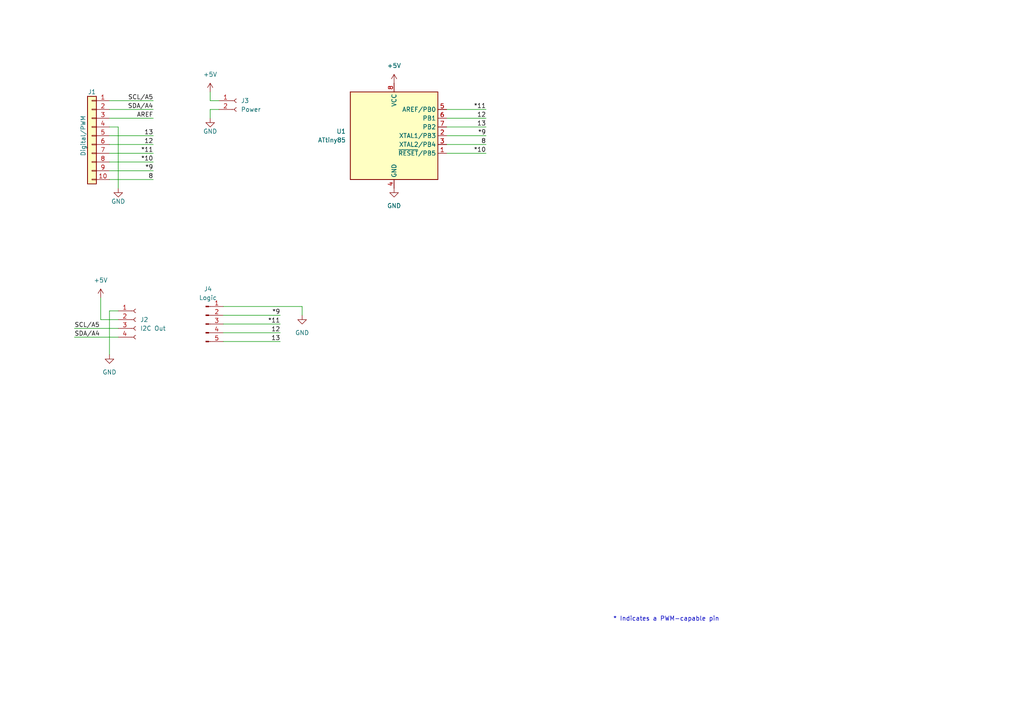
<source format=kicad_sch>
(kicad_sch (version 20211123) (generator eeschema)
  (paper "A4")
  (title_block (date "mar. 31 mars 2015"))
  (lib_symbols
    (symbol "+5V_1" (power) (pin_names (offset 0))
      (property "Value" "+5V_1" (at 0 3.556 0))
      (symbol "+5V_1_0_1"
        (polyline (pts (xy -0.762 1.27) (xy 0 2.54)))
        (polyline (pts (xy 0 0) (xy 0 2.54)))
        (polyline (pts (xy 0 2.54) (xy 0.762 1.27)))
      )
      (symbol "+5V_1_1_1"
        (pin power_in line (at 0 0 90) (length 0) hide (name "+5V") (number "1"))
      )
    )
    (symbol "+5V_2" (power) (pin_names (offset 0))
      (property "Value" "+5V_2" (at 0 3.556 0))
      (symbol "+5V_2_0_1"
        (polyline (pts (xy -0.762 1.27) (xy 0 2.54)))
        (polyline (pts (xy 0 0) (xy 0 2.54)))
        (polyline (pts (xy 0 2.54) (xy 0.762 1.27)))
      )
      (symbol "+5V_2_1_1"
        (pin power_in line (at 0 0 90) (length 0) hide (name "+5V") (number "1"))
      )
    )
    (symbol "Connector:Conn_01x02_Female" (pin_names (offset 1.016) hide)
      (property "Reference" "J" (at 0 2.54 0))
      (property "Value" "Conn_01x02_Female" (at 0 -5.08 0))
      (symbol "Conn_01x02_Female_1_1"
        (arc (start 0 -2.032) (mid -0.508 -2.54) (end 0 -3.048) (stroke (width 0.1524)))
        (polyline (pts (xy -1.27 -2.54) (xy -0.508 -2.54)) (stroke (width 0.1524)))
        (polyline (pts (xy -1.27 0) (xy -0.508 0)) (stroke (width 0.1524)))
        (arc (start 0 0.508) (mid -0.508 0) (end 0 -0.508) (stroke (width 0.1524)))
        (pin passive line (at -5.08 0 0) (length 3.81) (name "Pin_1") (number "1"))
        (pin passive line (at -5.08 -2.54 0) (length 3.81) (name "Pin_2") (number "2"))
      )
    )
    (symbol "Connector:Conn_01x04_Female" (pin_names (offset 1.016) hide)
      (property "Reference" "J" (at 0 5.08 0))
      (property "Value" "Conn_01x04_Female" (at 0 -7.62 0))
      (symbol "Conn_01x04_Female_1_1"
        (arc (start 0 -4.572) (mid -0.508 -5.08) (end 0 -5.588) (stroke (width 0.1524)))
        (arc (start 0 -2.032) (mid -0.508 -2.54) (end 0 -3.048) (stroke (width 0.1524)))
        (polyline (pts (xy -1.27 -5.08) (xy -0.508 -5.08)) (stroke (width 0.1524)))
        (polyline (pts (xy -1.27 -2.54) (xy -0.508 -2.54)) (stroke (width 0.1524)))
        (polyline (pts (xy -1.27 0) (xy -0.508 0)) (stroke (width 0.1524)))
        (polyline (pts (xy -1.27 2.54) (xy -0.508 2.54)) (stroke (width 0.1524)))
        (arc (start 0 0.508) (mid -0.508 0) (end 0 -0.508) (stroke (width 0.1524)))
        (arc (start 0 3.048) (mid -0.508 2.54) (end 0 2.032) (stroke (width 0.1524)))
        (pin passive line (at -5.08 2.54 0) (length 3.81) (name "Pin_1") (number "1"))
        (pin passive line (at -5.08 0 0) (length 3.81) (name "Pin_2") (number "2"))
        (pin passive line (at -5.08 -2.54 0) (length 3.81) (name "Pin_3") (number "3"))
        (pin passive line (at -5.08 -5.08 0) (length 3.81) (name "Pin_4") (number "4"))
      )
    )
    (symbol "Connector:Conn_01x05_Male" (pin_names (offset 1.016) hide)
      (property "Reference" "J" (at 0 7.62 0))
      (property "Value" "Conn_01x05_Male" (at 0 -7.62 0))
      (symbol "Conn_01x05_Male_1_1"
        (polyline (pts (xy 1.27 -5.08) (xy 0.8636 -5.08)) (stroke (width 0.1524)))
        (polyline (pts (xy 1.27 -2.54) (xy 0.8636 -2.54)) (stroke (width 0.1524)))
        (polyline (pts (xy 1.27 0) (xy 0.8636 0)) (stroke (width 0.1524)))
        (polyline (pts (xy 1.27 2.54) (xy 0.8636 2.54)) (stroke (width 0.1524)))
        (polyline (pts (xy 1.27 5.08) (xy 0.8636 5.08)) (stroke (width 0.1524)))
        (rectangle (start 0.8636 -4.953) (end 0 -5.207) (stroke (width 0.1524)) (fill (type outline)))
        (rectangle (start 0.8636 -2.413) (end 0 -2.667) (stroke (width 0.1524)) (fill (type outline)))
        (rectangle (start 0.8636 0.127) (end 0 -0.127) (stroke (width 0.1524)) (fill (type outline)))
        (rectangle (start 0.8636 2.667) (end 0 2.413) (stroke (width 0.1524)) (fill (type outline)))
        (rectangle (start 0.8636 5.207) (end 0 4.953) (stroke (width 0.1524)) (fill (type outline)))
        (pin passive line (at 5.08 5.08 180) (length 3.81) (name "Pin_1") (number "1"))
        (pin passive line (at 5.08 2.54 180) (length 3.81) (name "Pin_2") (number "2"))
        (pin passive line (at 5.08 0 180) (length 3.81) (name "Pin_3") (number "3"))
        (pin passive line (at 5.08 -2.54 180) (length 3.81) (name "Pin_4") (number "4"))
        (pin passive line (at 5.08 -5.08 180) (length 3.81) (name "Pin_5") (number "5"))
      )
    )
    (symbol "Connector_Generic:Conn_01x10" (pin_names (offset 1.016) hide)
      (property "Reference" "J" (at 0 12.7 0))
      (property "Value" "Conn_01x10" (at 0 -15.24 0))
      (symbol "Conn_01x10_1_1"
        (rectangle (start -1.27 -12.573) (end 0 -12.827) (stroke (width 0.1524)))
        (rectangle (start -1.27 -10.033) (end 0 -10.287) (stroke (width 0.1524)))
        (rectangle (start -1.27 -7.493) (end 0 -7.747) (stroke (width 0.1524)))
        (rectangle (start -1.27 -4.953) (end 0 -5.207) (stroke (width 0.1524)))
        (rectangle (start -1.27 -2.413) (end 0 -2.667) (stroke (width 0.1524)))
        (rectangle (start -1.27 0.127) (end 0 -0.127) (stroke (width 0.1524)))
        (rectangle (start -1.27 2.667) (end 0 2.413) (stroke (width 0.1524)))
        (rectangle (start -1.27 5.207) (end 0 4.953) (stroke (width 0.1524)))
        (rectangle (start -1.27 7.747) (end 0 7.493) (stroke (width 0.1524)))
        (rectangle (start -1.27 10.287) (end 0 10.033) (stroke (width 0.1524)))
        (rectangle (start -1.27 11.43) (end 1.27 -13.97) (stroke (width 0.254)) (fill (type background)))
        (pin passive line (at -5.08 10.16 0) (length 3.81) (name "Pin_1") (number "1"))
        (pin passive line (at -5.08 -12.7 0) (length 3.81) (name "Pin_10") (number "10"))
        (pin passive line (at -5.08 7.62 0) (length 3.81) (name "Pin_2") (number "2"))
        (pin passive line (at -5.08 5.08 0) (length 3.81) (name "Pin_3") (number "3"))
        (pin passive line (at -5.08 2.54 0) (length 3.81) (name "Pin_4") (number "4"))
        (pin passive line (at -5.08 0 0) (length 3.81) (name "Pin_5") (number "5"))
        (pin passive line (at -5.08 -2.54 0) (length 3.81) (name "Pin_6") (number "6"))
        (pin passive line (at -5.08 -5.08 0) (length 3.81) (name "Pin_7") (number "7"))
        (pin passive line (at -5.08 -7.62 0) (length 3.81) (name "Pin_8") (number "8"))
        (pin passive line (at -5.08 -10.16 0) (length 3.81) (name "Pin_9") (number "9"))
      )
    )
    (symbol "GND_1" (power) (pin_names (offset 0))
      (property "Value" "GND_1" (at 0 -3.81 0))
      (symbol "GND_1_0_1"
        (polyline (pts (xy 0 0) (xy 0 -1.27) (xy 1.27 -1.27) (xy 0 -2.54) (xy -1.27 -1.27) (xy 0 -1.27)))
      )
      (symbol "GND_1_1_1"
        (pin power_in line (at 0 0 270) (length 0) hide (name "GND") (number "1"))
      )
    )
    (symbol "GND_2" (power) (pin_names (offset 0))
      (property "Value" "GND_2" (at 0 -3.81 0))
      (symbol "GND_2_0_1"
        (polyline (pts (xy 0 0) (xy 0 -1.27) (xy 1.27 -1.27) (xy 0 -2.54) (xy -1.27 -1.27) (xy 0 -1.27)))
      )
      (symbol "GND_2_1_1"
        (pin power_in line (at 0 0 270) (length 0) hide (name "GND") (number "1"))
      )
    )
    (symbol "GND_3" (power) (pin_names (offset 0))
      (property "Value" "GND_3" (at 0 -3.81 0))
      (symbol "GND_3_0_1"
        (polyline (pts (xy 0 0) (xy 0 -1.27) (xy 1.27 -1.27) (xy 0 -2.54) (xy -1.27 -1.27) (xy 0 -1.27)))
      )
      (symbol "GND_3_1_1"
        (pin power_in line (at 0 0 270) (length 0) hide (name "GND") (number "1"))
      )
    )
    (symbol "MCU_Microchip_ATtiny:ATtiny85-20P"
      (property "Reference" "U" (at -12.7 13.97 0))
      (property "Value" "ATtiny85-20P" (at 2.54 -13.97 0))
      (symbol "ATtiny85-20P_0_1"
        (rectangle (start -12.7 -12.7) (end 12.7 12.7) (stroke (width 0.254)) (fill (type background)))
      )
      (symbol "ATtiny85-20P_1_1"
        (pin bidirectional line (at 15.24 -5.08 180) (length 2.54) (name "~{RESET}/PB5") (number "1"))
        (pin bidirectional line (at 15.24 0 180) (length 2.54) (name "XTAL1/PB3") (number "2"))
        (pin bidirectional line (at 15.24 -2.54 180) (length 2.54) (name "XTAL2/PB4") (number "3"))
        (pin power_in line (at 0 -15.24 90) (length 2.54) (name "GND") (number "4"))
        (pin bidirectional line (at 15.24 7.62 180) (length 2.54) (name "AREF/PB0") (number "5"))
        (pin bidirectional line (at 15.24 5.08 180) (length 2.54) (name "PB1") (number "6"))
        (pin bidirectional line (at 15.24 2.54 180) (length 2.54) (name "PB2") (number "7"))
        (pin power_in line (at 0 15.24 270) (length 2.54) (name "VCC") (number "8"))
      )
    )
    (symbol "power:GND" (power) (pin_names (offset 0))
      (property "Value" "GND" (at 0 -3.81 0))
      (symbol "GND_0_1"
        (polyline (pts (xy 0 0) (xy 0 -1.27) (xy 1.27 -1.27) (xy 0 -2.54) (xy -1.27 -1.27) (xy 0 -1.27)))
      )
      (symbol "GND_1_1"
        (pin power_in line (at 0 0 270) (length 0) hide (name "GND") (number "1"))
      )
    )
  )
  (wire (pts (xy 64.77 99.06) (xy 81.28 99.06)))
  (wire (pts (xy 31.75 46.99) (xy 44.45 46.99)))
  (wire (pts (xy 31.75 29.21) (xy 44.45 29.21)))
  (wire (pts (xy 129.54 41.91) (xy 140.97 41.91)))
  (wire (pts (xy 31.75 90.17) (xy 31.75 102.87)))
  (wire (pts (xy 129.54 31.75) (xy 140.97 31.75)))
  (wire (pts (xy 21.59 97.79) (xy 34.29 97.79)))
  (wire (pts (xy 64.77 93.98) (xy 81.28 93.98)))
  (wire (pts (xy 87.63 88.9) (xy 87.63 91.44)))
  (wire (pts (xy 129.54 34.29) (xy 140.97 34.29)))
  (wire (pts (xy 31.75 39.37) (xy 44.45 39.37)))
  (wire (pts (xy 31.75 41.91) (xy 44.45 41.91)))
  (wire (pts (xy 64.77 91.44) (xy 81.28 91.44)))
  (wire (pts (xy 31.75 49.53) (xy 44.45 49.53)))
  (wire (pts (xy 34.29 36.83) (xy 34.29 54.61)))
  (wire (pts (xy 31.75 34.29) (xy 44.45 34.29)))
  (wire (pts (xy 31.75 90.17) (xy 34.29 90.17)))
  (wire (pts (xy 129.54 36.83) (xy 140.97 36.83)))
  (wire (pts (xy 60.96 31.75) (xy 60.96 34.29)))
  (wire (pts (xy 64.77 88.9) (xy 87.63 88.9)))
  (wire (pts (xy 29.21 92.71) (xy 29.21 86.36)))
  (wire (pts (xy 21.59 95.25) (xy 34.29 95.25)))
  (wire (pts (xy 60.96 29.21) (xy 60.96 26.67)))
  (wire (pts (xy 31.75 36.83) (xy 34.29 36.83)))
  (wire (pts (xy 31.75 44.45) (xy 44.45 44.45)))
  (wire (pts (xy 63.5 29.21) (xy 60.96 29.21)))
  (wire (pts (xy 64.77 96.52) (xy 81.28 96.52)))
  (wire (pts (xy 63.5 31.75) (xy 60.96 31.75)))
  (wire (pts (xy 34.29 92.71) (xy 29.21 92.71)))
  (wire (pts (xy 129.54 39.37) (xy 140.97 39.37)))
  (wire (pts (xy 31.75 31.75) (xy 44.45 31.75)))
  (wire (pts (xy 129.54 44.45) (xy 140.97 44.45)))
  (wire (pts (xy 31.75 52.07) (xy 44.45 52.07)))
  (text "* Indicates a PWM-capable pin" (at 177.8 180.34 0) (effects (font (size 1.27 1.27)) (justify left bottom)))
  (label "SDA{slash}A4" (at 21.59 97.79 0))
  (label "SCL{slash}A5" (at 21.59 95.25 0))
  (label "*9" (at 140.97 39.37 180))
  (label "13" (at 44.45 39.37 180))
  (label "12" (at 44.45 41.91 180))
  (label "*10" (at 44.45 46.99 180))
  (label "13" (at 140.97 36.83 180))
  (label "12" (at 81.28 96.52 180))
  (label "*11" (at 81.28 93.98 180))
  (label "SDA{slash}A4" (at 44.45 31.75 180))
  (label "8" (at 44.45 52.07 180))
  (label "*11" (at 140.97 31.75 180))
  (label "*11" (at 44.45 44.45 180))
  (label "13" (at 81.28 99.06 180))
  (label "*10" (at 140.97 44.45 180))
  (label "8" (at 140.97 41.91 180))
  (label "AREF" (at 44.45 34.29 180))
  (label "12" (at 140.97 34.29 180))
  (label "SCL{slash}A5" (at 44.45 29.21 180))
  (label "*9" (at 44.45 49.53 180))
  (label "*9" (at 81.28 91.44 180))
  (symbol (lib_id "Connector_Generic:Conn_01x10") (at 26.67 39.37 0) (mirror y) (unit 1)
    (property "Reference" "J1" (at 26.67 26.67 0))
    (property "Value" "Digital/PWM" (at 24.13 39.37 90))
    (property "Footprint" "Connector_PinSocket_2.54mm:PinSocket_1x10_P2.54mm_Vertical" (effects hide))
  )
  (symbol (lib_id "power:GND") (at 34.29 54.61 0) (unit 1)
    (property "Reference" "#PWR05" (effects hide))
    (property "Value" "GND" (at 34.29 58.42 0))
  )
  (symbol (lib_name "+5V_1") (lib_id "power:+5V") (at 114.3 24.13 0) (unit 1)
    (property "Reference" "#PWR0102" (effects hide))
    (property "Value" "+5V" (at 114.3 19.05 0))
  )
  (symbol (lib_name "+5V_2") (lib_id "power:+5V") (at 60.96 26.67 0) (unit 1)
    (property "Reference" "#PWR0105" (effects hide))
    (property "Value" "+5V" (at 60.96 21.59 0))
  )
  (symbol (lib_name "+5V_2") (lib_id "power:+5V") (at 29.21 86.36 0) (unit 1)
    (property "Reference" "#PWR0103" (effects hide))
    (property "Value" "+5V" (at 29.21 81.28 0))
  )
  (symbol (lib_id "power:GND") (at 60.96 34.29 0) (unit 1)
    (property "Reference" "#PWR0106" (effects hide))
    (property "Value" "GND" (at 60.96 38.1 0))
  )
  (symbol (lib_id "Connector:Conn_01x05_Male") (at 59.69 93.98 0) (unit 1)
    (property "Reference" "J4" (at 60.325 83.82 0))
    (property "Value" "Logic" (at 60.325 86.36 0))
    (property "Footprint" "Connector_PinHeader_2.54mm:PinHeader_1x05_P2.54mm_Vertical" (effects hide))
  )
  (symbol (lib_name "GND_1") (lib_id "power:GND") (at 114.3 54.61 0) (unit 1)
    (property "Reference" "#PWR0101" (effects hide))
    (property "Value" "GND" (at 114.3 59.69 0))
  )
  (symbol (lib_id "MCU_Microchip_ATtiny:ATtiny85-20P") (at 114.3 39.37 0) (unit 1)
    (property "Reference" "U1" (at 100.33 38.0999 0) (effects (justify right)))
    (property "Value" "ATtiny85" (at 100.33 40.6399 0) (effects (justify right)))
    (property "Footprint" "Package_DIP:DIP-8_W7.62mm" (effects hide))
    (property "Datasheet" "http://ww1.microchip.com/downloads/en/DeviceDoc/atmel-2586-avr-8-bit-microcontroller-attiny25-attiny45-attiny85_datasheet.pdf" (effects hide))
  )
  (symbol (lib_name "GND_3") (lib_id "power:GND") (at 87.63 91.44 0) (unit 1)
    (property "Reference" "#PWR?" (effects hide))
    (property "Value" "GND" (at 87.63 96.52 0))
  )
  (symbol (lib_id "Connector:Conn_01x04_Female") (at 39.37 92.71 0) (unit 1)
    (property "Reference" "J2" (at 40.64 92.7099 0) (effects (justify left)))
    (property "Value" "I2C Out" (at 40.64 95.2499 0) (effects (justify left)))
    (property "Footprint" "Connector_PinHeader_2.54mm:PinHeader_1x04_P2.54mm_Vertical" (effects hide))
  )
  (symbol (lib_id "Connector:Conn_01x02_Female") (at 68.58 29.21 0) (unit 1)
    (property "Reference" "J3" (at 69.85 29.2099 0) (effects (justify left)))
    (property "Value" "Power" (at 69.85 31.7499 0) (effects (justify left)))
    (property "Footprint" "Connector_PinHeader_2.54mm:PinHeader_1x02_P2.54mm_Vertical" (effects hide))
  )
  (symbol (lib_name "GND_2") (lib_id "power:GND") (at 31.75 102.87 0) (unit 1)
    (property "Reference" "#PWR0104" (effects hide))
    (property "Value" "GND" (at 31.75 107.95 0))
  )
)
</source>
